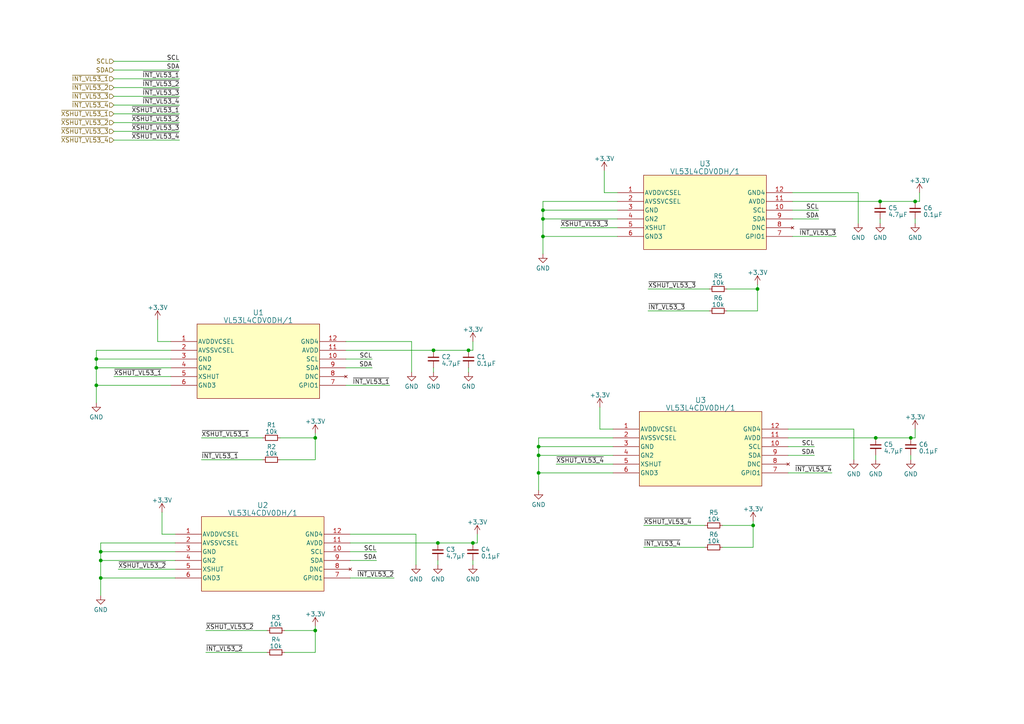
<source format=kicad_sch>
(kicad_sch (version 20230121) (generator eeschema)
  (paper "A4")
  (lib_symbols
    (symbol "Device:C_Small" (pin_numbers hide) (pin_names (offset 0.254) hide)
      (property "Reference" "C" (at 0.254 1.778 0))
      (property "Value" "C_Small" (at 0.254 -2.032 0))
      (symbol "C_Small_0_1"
        (polyline (pts (xy -1.524 -0.508) (xy 1.524 -0.508)) (stroke (width 0.3302)))
        (polyline (pts (xy -1.524 0.508) (xy 1.524 0.508)) (stroke (width 0.3048)))
      )
      (symbol "C_Small_1_1"
        (pin passive line (at 0 2.54 270) (length 2.032) (name "~") (number "1"))
        (pin passive line (at 0 -2.54 90) (length 2.032) (name "~") (number "2"))
      )
    )
    (symbol "Device:R_Small" (pin_numbers hide) (pin_names (offset 0.254) hide)
      (property "Reference" "R" (at 0.762 0.508 0))
      (property "Value" "R_Small" (at 0.762 -1.016 0))
      (symbol "R_Small_0_1"
        (rectangle (start -0.762 1.778) (end 0.762 -1.778) (stroke (width 0.2032)))
      )
      (symbol "R_Small_1_1"
        (pin passive line (at 0 2.54 270) (length 0.762) (name "~") (number "1"))
        (pin passive line (at 0 -2.54 90) (length 0.762) (name "~") (number "2"))
      )
    )
    (symbol "VL53L4CD:VL53L4CDV0DH_1" (pin_names (offset 0.254))
      (property "Reference" "U" (at 25.4 10.16 0))
      (property "Value" "VL53L4CDV0DH/1" (at 25.4 7.62 0))
      (symbol "VL53L4CDV0DH_1_0_1"
        (pin power_in line (at 0 0 0) (length 7.62) (name "AVDDVCSEL") (number "1"))
        (pin bidirectional line (at 50.8 -5.08 180) (length 7.62) (name "SCL") (number "10"))
        (pin power_in line (at 50.8 -2.54 180) (length 7.62) (name "AVDD") (number "11"))
        (pin bidirectional line (at 50.8 -12.7 180) (length 7.62) (name "GPIO1") (number "7"))
        (pin no_connect line (at 50.8 -10.16 180) (length 7.62) (name "DNC") (number "8"))
        (pin bidirectional line (at 50.8 -7.62 180) (length 7.62) (name "SDA") (number "9"))
      )
      (symbol "VL53L4CDV0DH_1_1_1"
        (rectangle (start 7.62 5.08) (end 43.18 -16.51) (fill (type background)))
        (pin power_in line (at 50.8 0 180) (length 7.62) (name "GND4") (number "12"))
        (pin power_in line (at 0 -2.54 0) (length 7.62) (name "AVSSVCSEL") (number "2"))
        (pin power_in line (at 0 -5.08 0) (length 7.62) (name "GND") (number "3"))
        (pin power_in line (at 0 -7.62 0) (length 7.62) (name "GN2") (number "4"))
        (pin bidirectional line (at 0 -10.16 0) (length 7.62) (name "XSHUT") (number "5"))
        (pin power_in line (at 0 -12.7 0) (length 7.62) (name "GND3") (number "6"))
      )
    )
    (symbol "power:+3.3V" (power) (pin_names (offset 0))
      (property "Value" "+3.3V" (at 0 3.556 0))
      (symbol "+3.3V_0_1"
        (polyline (pts (xy -0.762 1.27) (xy 0 2.54)))
        (polyline (pts (xy 0 0) (xy 0 2.54)))
        (polyline (pts (xy 0 2.54) (xy 0.762 1.27)))
      )
      (symbol "+3.3V_1_1"
        (pin power_in line (at 0 0 90) (length 0) hide (name "+3.3V") (number "1"))
      )
    )
    (symbol "power:GND" (power) (pin_names (offset 0))
      (property "Value" "GND" (at 0 -3.81 0))
      (symbol "GND_0_1"
        (polyline (pts (xy 0 0) (xy 0 -1.27) (xy 1.27 -1.27) (xy 0 -2.54) (xy -1.27 -1.27) (xy 0 -1.27)))
      )
      (symbol "GND_1_1"
        (pin power_in line (at 0 0 270) (length 0) hide (name "GND") (number "1"))
      )
    )
  )
  (junction (at 29.21 160.02))
  (junction (at 156.21 137.16))
  (junction (at 135.89 101.6))
  (junction (at 27.94 106.68))
  (junction (at 156.21 129.54))
  (junction (at 91.44 127))
  (junction (at 265.43 58.42))
  (junction (at 156.21 132.08))
  (junction (at 219.71 83.82))
  (junction (at 157.48 68.58))
  (junction (at 255.27 58.42))
  (junction (at 157.48 63.5))
  (junction (at 27.94 104.14))
  (junction (at 29.21 167.64))
  (junction (at 29.21 162.56))
  (junction (at 157.48 60.96))
  (junction (at 125.73 101.6))
  (junction (at 137.16 157.48))
  (junction (at 27.94 111.76))
  (junction (at 254 127))
  (junction (at 218.44 152.4))
  (junction (at 91.44 182.88))
  (junction (at 127 157.48))
  (junction (at 264.16 127))
  (wire (pts (xy 157.48 68.58) (xy 179.07 68.58)))
  (wire (pts (xy 127 162.56) (xy 127 163.83)))
  (wire (pts (xy 156.21 132.08) (xy 156.21 137.16)))
  (wire (pts (xy 177.8 124.46) (xy 173.99 124.46)))
  (wire (pts (xy 33.02 38.1) (xy 52.07 38.1)))
  (wire (pts (xy 100.33 104.14) (xy 107.95 104.14)))
  (wire (pts (xy 29.21 162.56) (xy 29.21 167.64)))
  (wire (pts (xy 27.94 111.76) (xy 27.94 116.84)))
  (wire (pts (xy 125.73 106.68) (xy 125.73 107.95)))
  (wire (pts (xy 156.21 129.54) (xy 156.21 132.08)))
  (wire (pts (xy 157.48 68.58) (xy 157.48 73.66)))
  (wire (pts (xy 27.94 104.14) (xy 49.53 104.14)))
  (wire (pts (xy 91.44 125.73) (xy 91.44 127)))
  (wire (pts (xy 248.92 55.88) (xy 248.92 64.77)))
  (wire (pts (xy 187.96 90.17) (xy 205.74 90.17)))
  (wire (pts (xy 265.43 63.5) (xy 265.43 64.77)))
  (wire (pts (xy 228.6 129.54) (xy 236.22 129.54)))
  (wire (pts (xy 156.21 137.16) (xy 156.21 142.24)))
  (wire (pts (xy 91.44 189.23) (xy 91.44 182.88)))
  (wire (pts (xy 137.16 157.48) (xy 138.43 157.48)))
  (wire (pts (xy 135.89 106.68) (xy 135.89 107.95)))
  (wire (pts (xy 91.44 133.35) (xy 91.44 127)))
  (wire (pts (xy 59.69 182.88) (xy 77.47 182.88)))
  (wire (pts (xy 29.21 167.64) (xy 50.8 167.64)))
  (wire (pts (xy 33.02 35.56) (xy 52.07 35.56)))
  (wire (pts (xy 265.43 124.46) (xy 265.43 127)))
  (wire (pts (xy 29.21 157.48) (xy 29.21 160.02)))
  (wire (pts (xy 156.21 129.54) (xy 177.8 129.54)))
  (wire (pts (xy 161.29 134.62) (xy 177.8 134.62)))
  (wire (pts (xy 157.48 58.42) (xy 157.48 60.96)))
  (wire (pts (xy 101.6 167.64) (xy 114.3 167.64)))
  (wire (pts (xy 127 157.48) (xy 137.16 157.48)))
  (wire (pts (xy 264.16 132.08) (xy 264.16 133.35)))
  (wire (pts (xy 58.42 127) (xy 76.2 127)))
  (wire (pts (xy 157.48 60.96) (xy 157.48 63.5)))
  (wire (pts (xy 187.96 83.82) (xy 205.74 83.82)))
  (wire (pts (xy 33.02 30.48) (xy 52.07 30.48)))
  (wire (pts (xy 228.6 132.08) (xy 236.22 132.08)))
  (wire (pts (xy 156.21 127) (xy 156.21 129.54)))
  (wire (pts (xy 34.29 165.1) (xy 50.8 165.1)))
  (wire (pts (xy 45.72 99.06) (xy 45.72 92.71)))
  (wire (pts (xy 119.38 99.06) (xy 119.38 107.95)))
  (wire (pts (xy 27.94 104.14) (xy 27.94 106.68)))
  (wire (pts (xy 229.87 68.58) (xy 242.57 68.58)))
  (wire (pts (xy 29.21 162.56) (xy 50.8 162.56)))
  (wire (pts (xy 33.02 33.02) (xy 52.07 33.02)))
  (wire (pts (xy 186.69 158.75) (xy 204.47 158.75)))
  (wire (pts (xy 29.21 157.48) (xy 50.8 157.48)))
  (wire (pts (xy 58.42 133.35) (xy 76.2 133.35)))
  (wire (pts (xy 264.16 127) (xy 265.43 127)))
  (wire (pts (xy 254 132.08) (xy 254 133.35)))
  (wire (pts (xy 125.73 101.6) (xy 135.89 101.6)))
  (wire (pts (xy 138.43 154.94) (xy 138.43 157.48)))
  (wire (pts (xy 91.44 182.88) (xy 82.55 182.88)))
  (wire (pts (xy 82.55 189.23) (xy 91.44 189.23)))
  (wire (pts (xy 137.16 162.56) (xy 137.16 163.83)))
  (wire (pts (xy 173.99 124.46) (xy 173.99 118.11)))
  (wire (pts (xy 218.44 151.13) (xy 218.44 152.4)))
  (wire (pts (xy 101.6 160.02) (xy 109.22 160.02)))
  (wire (pts (xy 229.87 58.42) (xy 255.27 58.42)))
  (wire (pts (xy 255.27 63.5) (xy 255.27 64.77)))
  (wire (pts (xy 219.71 82.55) (xy 219.71 83.82)))
  (wire (pts (xy 254 127) (xy 264.16 127)))
  (wire (pts (xy 219.71 83.82) (xy 210.82 83.82)))
  (wire (pts (xy 265.43 58.42) (xy 266.7 58.42)))
  (wire (pts (xy 33.02 109.22) (xy 49.53 109.22)))
  (wire (pts (xy 157.48 60.96) (xy 179.07 60.96)))
  (wire (pts (xy 100.33 101.6) (xy 125.73 101.6)))
  (wire (pts (xy 33.02 25.4) (xy 52.07 25.4)))
  (wire (pts (xy 229.87 63.5) (xy 237.49 63.5)))
  (wire (pts (xy 33.02 27.94) (xy 52.07 27.94)))
  (wire (pts (xy 27.94 106.68) (xy 49.53 106.68)))
  (wire (pts (xy 49.53 99.06) (xy 45.72 99.06)))
  (wire (pts (xy 219.71 90.17) (xy 219.71 83.82)))
  (wire (pts (xy 218.44 158.75) (xy 218.44 152.4)))
  (wire (pts (xy 100.33 99.06) (xy 119.38 99.06)))
  (wire (pts (xy 210.82 90.17) (xy 219.71 90.17)))
  (wire (pts (xy 255.27 58.42) (xy 265.43 58.42)))
  (wire (pts (xy 91.44 181.61) (xy 91.44 182.88)))
  (wire (pts (xy 81.28 127) (xy 91.44 127)))
  (wire (pts (xy 156.21 132.08) (xy 177.8 132.08)))
  (wire (pts (xy 100.33 111.76) (xy 113.03 111.76)))
  (wire (pts (xy 29.21 167.64) (xy 29.21 172.72)))
  (wire (pts (xy 156.21 137.16) (xy 177.8 137.16)))
  (wire (pts (xy 59.69 189.23) (xy 77.47 189.23)))
  (wire (pts (xy 179.07 55.88) (xy 175.26 55.88)))
  (wire (pts (xy 228.6 137.16) (xy 241.3 137.16)))
  (wire (pts (xy 228.6 124.46) (xy 247.65 124.46)))
  (wire (pts (xy 46.99 154.94) (xy 46.99 148.59)))
  (wire (pts (xy 29.21 160.02) (xy 50.8 160.02)))
  (wire (pts (xy 33.02 40.64) (xy 52.07 40.64)))
  (wire (pts (xy 27.94 106.68) (xy 27.94 111.76)))
  (wire (pts (xy 247.65 124.46) (xy 247.65 133.35)))
  (wire (pts (xy 33.02 22.86) (xy 52.07 22.86)))
  (wire (pts (xy 27.94 101.6) (xy 27.94 104.14)))
  (wire (pts (xy 209.55 158.75) (xy 218.44 158.75)))
  (wire (pts (xy 229.87 60.96) (xy 237.49 60.96)))
  (wire (pts (xy 228.6 127) (xy 254 127)))
  (wire (pts (xy 29.21 160.02) (xy 29.21 162.56)))
  (wire (pts (xy 120.65 154.94) (xy 120.65 163.83)))
  (wire (pts (xy 33.02 17.78) (xy 52.07 17.78)))
  (wire (pts (xy 137.16 99.06) (xy 137.16 101.6)))
  (wire (pts (xy 33.02 20.32) (xy 52.07 20.32)))
  (wire (pts (xy 229.87 55.88) (xy 248.92 55.88)))
  (wire (pts (xy 27.94 111.76) (xy 49.53 111.76)))
  (wire (pts (xy 175.26 55.88) (xy 175.26 49.53)))
  (wire (pts (xy 186.69 152.4) (xy 204.47 152.4)))
  (wire (pts (xy 157.48 63.5) (xy 157.48 68.58)))
  (wire (pts (xy 266.7 55.88) (xy 266.7 58.42)))
  (wire (pts (xy 101.6 154.94) (xy 120.65 154.94)))
  (wire (pts (xy 101.6 157.48) (xy 127 157.48)))
  (wire (pts (xy 156.21 127) (xy 177.8 127)))
  (wire (pts (xy 218.44 152.4) (xy 209.55 152.4)))
  (wire (pts (xy 50.8 154.94) (xy 46.99 154.94)))
  (wire (pts (xy 157.48 63.5) (xy 179.07 63.5)))
  (wire (pts (xy 81.28 133.35) (xy 91.44 133.35)))
  (wire (pts (xy 100.33 106.68) (xy 107.95 106.68)))
  (wire (pts (xy 162.56 66.04) (xy 179.07 66.04)))
  (wire (pts (xy 157.48 58.42) (xy 179.07 58.42)))
  (wire (pts (xy 101.6 162.56) (xy 109.22 162.56)))
  (wire (pts (xy 27.94 101.6) (xy 49.53 101.6)))
  (wire (pts (xy 135.89 101.6) (xy 137.16 101.6)))
  (label "~{INT_VL53_2}" (at 52.07 25.4 180))
  (label "~{INT_VL53_4}" (at 52.07 30.48 180))
  (label "SCL" (at 107.95 104.14 180))
  (label "SCL" (at 237.49 60.96 180))
  (label "~{INT_VL53_3}" (at 242.57 68.58 180))
  (label "~{INT_VL53_1}" (at 113.03 111.76 180))
  (label "~{XSHUT_VL53_2}" (at 34.29 165.1 0))
  (label "~{XSHUT_VL53_2}" (at 59.69 182.88 0))
  (label "~{INT_VL53_2}" (at 114.3 167.64 180))
  (label "~{INT_VL53_1}" (at 52.07 22.86 180))
  (label "~{XSHUT_VL53_4}" (at 161.29 134.62 0))
  (label "SDA" (at 109.22 162.56 180))
  (label "SDA" (at 237.49 63.5 180))
  (label "SCL" (at 52.07 17.78 180))
  (label "SDA" (at 107.95 106.68 180))
  (label "~{INT_VL53_3}" (at 187.96 90.17 0))
  (label "~{XSHUT_VL53_4}" (at 52.07 40.64 180))
  (label "SDA" (at 236.22 132.08 180))
  (label "~{INT_VL53_1}" (at 58.42 133.35 0))
  (label "~{XSHUT_VL53_4}" (at 186.69 152.4 0))
  (label "~{XSHUT_VL53_1}" (at 52.07 33.02 180))
  (label "SCL" (at 109.22 160.02 180))
  (label "~{XSHUT_VL53_3}" (at 162.56 66.04 0))
  (label "SCL" (at 236.22 129.54 180))
  (label "~{XSHUT_VL53_3}" (at 187.96 83.82 0))
  (label "~{INT_VL53_2}" (at 59.69 189.23 0))
  (label "SDA" (at 52.07 20.32 180))
  (label "~{INT_VL53_3}" (at 52.07 27.94 180))
  (label "~{INT_VL53_4}" (at 186.69 158.75 0))
  (label "~{XSHUT_VL53_1}" (at 58.42 127 0))
  (label "~{INT_VL53_4}" (at 241.3 137.16 180))
  (label "~{XSHUT_VL53_3}" (at 52.07 38.1 180))
  (label "~{XSHUT_VL53_2}" (at 52.07 35.56 180))
  (label "~{XSHUT_VL53_1}" (at 33.02 109.22 0))
  (hierarchical_label "~{XSHUT_VL53_4}" (shape input) (at 33.02 40.64 180))
  (hierarchical_label "~{INT_VL53_4}" (shape input) (at 33.02 30.48 180))
  (hierarchical_label "~{INT_VL53_1}" (shape input) (at 33.02 22.86 180))
  (hierarchical_label "SCL" (shape input) (at 33.02 17.78 180))
  (hierarchical_label "~{INT_VL53_2}" (shape input) (at 33.02 25.4 180))
  (hierarchical_label "~{XSHUT_VL53_1}" (shape input) (at 33.02 33.02 180))
  (hierarchical_label "~{INT_VL53_3}" (shape input) (at 33.02 27.94 180))
  (hierarchical_label "SDA" (shape input) (at 33.02 20.32 180))
  (hierarchical_label "~{XSHUT_VL53_3}" (shape input) (at 33.02 38.1 180))
  (hierarchical_label "~{XSHUT_VL53_2}" (shape input) (at 33.02 35.56 180))
  (symbol (lib_id "power:GND") (at 119.38 107.95 0) (unit 1)
    (property "Reference" "#PWR02" (effects hide))
    (property "Value" "GND" (at 119.38 112.0855 0))
    (instances (project "rep-trap-pcb" (path "" (reference "#PWR02") (unit 1)) (path "" (reference "#PWR031") (unit 1))))
  )
  (symbol (lib_id "Device:R_Small") (at 207.01 152.4 90) (unit 1)
    (property "Reference" "R5" (at 207.01 148.6535 90))
    (property "Value" "10k" (at 207.01 150.5745 90))
    (property "Footprint" "Resistor_SMD:R_0603_1608Metric" (effects hide))
    (instances (project "rep-trap-pcb" (path "" (reference "R5") (unit 1)) (path "" (reference "R11") (unit 1))))
  )
  (symbol (lib_id "Device:R_Small") (at 80.01 189.23 90) (unit 1)
    (property "Reference" "R4" (at 80.01 185.4835 90))
    (property "Value" "10k" (at 80.01 187.4045 90))
    (property "Footprint" "Resistor_SMD:R_0603_1608Metric" (effects hide))
    (instances (project "rep-trap-pcb" (path "" (reference "R4") (unit 1)) (path "" (reference "R8") (unit 1))))
  )
  (symbol (lib_id "power:+3.3V") (at 45.72 92.71 0) (unit 1)
    (property "Reference" "#PWR03" (effects hide))
    (property "Value" "+3.3V" (at 45.72 89.2081 0))
    (instances (project "rep-trap-pcb" (path "" (reference "#PWR03") (unit 1)) (path "" (reference "#PWR027") (unit 1))))
  )
  (symbol (lib_id "power:+3.3V") (at 175.26 49.53 0) (unit 1)
    (property "Reference" "#PWR016" (effects hide))
    (property "Value" "+3.3V" (at 175.26 46.0281 0))
    (instances (project "rep-trap-pcb" (path "" (reference "#PWR016") (unit 1)) (path "" (reference "#PWR041") (unit 1))))
  )
  (symbol (lib_id "power:GND") (at 156.21 142.24 0) (unit 1)
    (property "Reference" "#PWR015" (effects hide))
    (property "Value" "GND" (at 156.21 146.3755 0))
    (instances (project "rep-trap-pcb" (path "" (reference "#PWR015") (unit 1)) (path "" (reference "#PWR038") (unit 1))))
  )
  (symbol (lib_id "VL53L4CD:VL53L4CDV0DH_1") (at 50.8 154.94 0) (unit 1)
    (property "Reference" "U2" (at 76.2 146.5404 0) (effects (font (size 1.524 1.524))))
    (property "Value" "VL53L4CDV0DH/1" (at 76.2 148.7946 0) (effects (font (size 1.524 1.524))))
    (property "Footprint" "VL53L4CD:LGA12_STM" (effects hide))
    (property "Datasheet" "VL53L4CDV0DH/1" (effects hide))
    (instances (project "rep-trap-pcb" (path "" (reference "U2") (unit 1)) (path "" (reference "U3") (unit 1))))
  )
  (symbol (lib_id "Device:R_Small") (at 78.74 133.35 90) (unit 1)
    (property "Reference" "R2" (at 78.74 129.6035 90))
    (property "Value" "10k" (at 78.74 131.5245 90))
    (property "Footprint" "Resistor_SMD:R_0603_1608Metric" (effects hide))
    (instances (project "rep-trap-pcb" (path "" (reference "R2") (unit 1)) (path "" (reference "R10") (unit 1))))
  )
  (symbol (lib_id "Device:R_Small") (at 207.01 158.75 90) (unit 1)
    (property "Reference" "R6" (at 207.01 155.0035 90))
    (property "Value" "10k" (at 207.01 156.9245 90))
    (property "Footprint" "Resistor_SMD:R_0603_1608Metric" (effects hide))
    (instances (project "rep-trap-pcb" (path "" (reference "R6") (unit 1)) (path "" (reference "R12") (unit 1))))
  )
  (symbol (lib_id "power:GND") (at 264.16 133.35 0) (unit 1)
    (property "Reference" "#PWR020" (effects hide))
    (property "Value" "GND" (at 264.16 137.4855 0))
    (instances (project "rep-trap-pcb" (path "" (reference "#PWR020") (unit 1)) (path "" (reference "#PWR048") (unit 1))))
  )
  (symbol (lib_id "Device:C_Small") (at 265.43 60.96 0) (unit 1)
    (property "Reference" "C6" (at 267.7541 60.3226 0) (effects (justify left)))
    (property "Value" "0.1µF" (at 267.7541 62.2436 0) (effects (justify left)))
    (property "Footprint" "Capacitor_SMD:C_0603_1608Metric" (effects hide))
    (instances (project "rep-trap-pcb" (path "" (reference "C6") (unit 1)) (path "" (reference "C12") (unit 1))))
  )
  (symbol (lib_id "Device:C_Small") (at 135.89 104.14 0) (unit 1)
    (property "Reference" "C1" (at 138.2141 103.5026 0) (effects (justify left)))
    (property "Value" "0.1µF" (at 138.2141 105.4236 0) (effects (justify left)))
    (property "Footprint" "Capacitor_SMD:C_0603_1608Metric" (effects hide))
    (instances (project "rep-trap-pcb" (path "" (reference "C1") (unit 1)) (path "" (reference "C8") (unit 1))))
  )
  (symbol (lib_id "power:GND") (at 248.92 64.77 0) (unit 1)
    (property "Reference" "#PWR018" (effects hide))
    (property "Value" "GND" (at 248.92 68.9055 0))
    (instances (project "rep-trap-pcb" (path "" (reference "#PWR018") (unit 1)) (path "" (reference "#PWR045") (unit 1))))
  )
  (symbol (lib_id "power:+3.3V") (at 218.44 151.13 0) (unit 1)
    (property "Reference" "#PWR017" (effects hide))
    (property "Value" "+3.3V" (at 218.44 147.6281 0))
    (instances (project "rep-trap-pcb" (path "" (reference "#PWR017") (unit 1)) (path "" (reference "#PWR042") (unit 1))))
  )
  (symbol (lib_id "Device:C_Small") (at 137.16 160.02 0) (unit 1)
    (property "Reference" "C4" (at 139.4841 159.3826 0) (effects (justify left)))
    (property "Value" "0.1µF" (at 139.4841 161.3036 0) (effects (justify left)))
    (property "Footprint" "Capacitor_SMD:C_0603_1608Metric" (effects hide))
    (instances (project "rep-trap-pcb" (path "" (reference "C4") (unit 1)) (path "" (reference "C7") (unit 1))))
  )
  (symbol (lib_id "Device:R_Small") (at 80.01 182.88 90) (unit 1)
    (property "Reference" "R3" (at 80.01 179.1335 90))
    (property "Value" "10k" (at 80.01 181.0545 90))
    (property "Footprint" "Resistor_SMD:R_0603_1608Metric" (effects hide))
    (instances (project "rep-trap-pcb" (path "" (reference "R3") (unit 1)) (path "" (reference "R7") (unit 1))))
  )
  (symbol (lib_id "VL53L4CD:VL53L4CDV0DH_1") (at 177.8 124.46 0) (unit 1)
    (property "Reference" "U3" (at 203.2 116.0604 0) (effects (font (size 1.524 1.524))))
    (property "Value" "VL53L4CDV0DH/1" (at 203.2 118.3146 0) (effects (font (size 1.524 1.524))))
    (property "Footprint" "VL53L4CD:LGA12_STM" (effects hide))
    (property "Datasheet" "VL53L4CDV0DH/1" (effects hide))
    (instances (project "rep-trap-pcb" (path "" (reference "U3") (unit 1)) (path "" (reference "U5") (unit 1))))
  )
  (symbol (lib_id "power:+3.3V") (at 91.44 181.61 0) (unit 1)
    (property "Reference" "#PWR010" (effects hide))
    (property "Value" "+3.3V" (at 91.44 178.1081 0))
    (instances (project "rep-trap-pcb" (path "" (reference "#PWR010") (unit 1)) (path "" (reference "#PWR028") (unit 1))))
  )
  (symbol (lib_id "VL53L4CD:VL53L4CDV0DH_1") (at 179.07 55.88 0) (unit 1)
    (property "Reference" "U3" (at 204.47 47.4804 0) (effects (font (size 1.524 1.524))))
    (property "Value" "VL53L4CDV0DH/1" (at 204.47 49.7346 0) (effects (font (size 1.524 1.524))))
    (property "Footprint" "VL53L4CD:LGA12_STM" (effects hide))
    (property "Datasheet" "VL53L4CDV0DH/1" (effects hide))
    (instances (project "rep-trap-pcb" (path "" (reference "U3") (unit 1)) (path "" (reference "U6") (unit 1))))
  )
  (symbol (lib_id "power:GND") (at 120.65 163.83 0) (unit 1)
    (property "Reference" "#PWR011" (effects hide))
    (property "Value" "GND" (at 120.65 167.9655 0))
    (instances (project "rep-trap-pcb" (path "" (reference "#PWR011") (unit 1)) (path "" (reference "#PWR030") (unit 1))))
  )
  (symbol (lib_id "power:GND") (at 265.43 64.77 0) (unit 1)
    (property "Reference" "#PWR020" (effects hide))
    (property "Value" "GND" (at 265.43 68.9055 0))
    (instances (project "rep-trap-pcb" (path "" (reference "#PWR020") (unit 1)) (path "" (reference "#PWR049") (unit 1))))
  )
  (symbol (lib_id "power:+3.3V") (at 173.99 118.11 0) (unit 1)
    (property "Reference" "#PWR016" (effects hide))
    (property "Value" "+3.3V" (at 173.99 114.6081 0))
    (instances (project "rep-trap-pcb" (path "" (reference "#PWR016") (unit 1)) (path "" (reference "#PWR040") (unit 1))))
  )
  (symbol (lib_id "power:GND") (at 137.16 163.83 0) (unit 1)
    (property "Reference" "#PWR013" (effects hide))
    (property "Value" "GND" (at 137.16 167.9655 0))
    (instances (project "rep-trap-pcb" (path "" (reference "#PWR013") (unit 1)) (path "" (reference "#PWR034") (unit 1))))
  )
  (symbol (lib_id "power:GND") (at 255.27 64.77 0) (unit 1)
    (property "Reference" "#PWR019" (effects hide))
    (property "Value" "GND" (at 255.27 68.9055 0))
    (instances (project "rep-trap-pcb" (path "" (reference "#PWR019") (unit 1)) (path "" (reference "#PWR047") (unit 1))))
  )
  (symbol (lib_id "power:+3.3V") (at 137.16 99.06 0) (unit 1)
    (property "Reference" "#PWR04" (effects hide))
    (property "Value" "+3.3V" (at 137.16 95.5581 0))
    (instances (project "rep-trap-pcb" (path "" (reference "#PWR04") (unit 1)) (path "" (reference "#PWR037") (unit 1))))
  )
  (symbol (lib_id "Device:C_Small") (at 125.73 104.14 0) (unit 1)
    (property "Reference" "C2" (at 128.0541 103.5026 0) (effects (justify left)))
    (property "Value" "4.7µF" (at 128.0541 105.4236 0) (effects (justify left)))
    (property "Footprint" "Capacitor_SMD:C_0603_1608Metric" (effects hide))
    (instances (project "rep-trap-pcb" (path "" (reference "C2") (unit 1)) (path "" (reference "C6") (unit 1))))
  )
  (symbol (lib_id "Device:C_Small") (at 255.27 60.96 0) (unit 1)
    (property "Reference" "C5" (at 257.5941 60.3226 0) (effects (justify left)))
    (property "Value" "4.7µF" (at 257.5941 62.2436 0) (effects (justify left)))
    (property "Footprint" "Capacitor_SMD:C_0603_1608Metric" (effects hide))
    (instances (project "rep-trap-pcb" (path "" (reference "C5") (unit 1)) (path "" (reference "C10") (unit 1))))
  )
  (symbol (lib_id "power:GND") (at 135.89 107.95 0) (unit 1)
    (property "Reference" "#PWR07" (effects hide))
    (property "Value" "GND" (at 135.89 112.0855 0))
    (instances (project "rep-trap-pcb" (path "" (reference "#PWR07") (unit 1)) (path "" (reference "#PWR035") (unit 1))))
  )
  (symbol (lib_id "Device:C_Small") (at 254 129.54 0) (unit 1)
    (property "Reference" "C5" (at 256.3241 128.9026 0) (effects (justify left)))
    (property "Value" "4.7µF" (at 256.3241 130.8236 0) (effects (justify left)))
    (property "Footprint" "Capacitor_SMD:C_0603_1608Metric" (effects hide))
    (instances (project "rep-trap-pcb" (path "" (reference "C5") (unit 1)) (path "" (reference "C9") (unit 1))))
  )
  (symbol (lib_id "power:+3.3V") (at 138.43 154.94 0) (unit 1)
    (property "Reference" "#PWR014" (effects hide))
    (property "Value" "+3.3V" (at 138.43 151.4381 0))
    (instances (project "rep-trap-pcb" (path "" (reference "#PWR014") (unit 1)) (path "" (reference "#PWR036") (unit 1))))
  )
  (symbol (lib_id "power:+3.3V") (at 46.99 148.59 0) (unit 1)
    (property "Reference" "#PWR09" (effects hide))
    (property "Value" "+3.3V" (at 46.99 145.0881 0))
    (instances (project "rep-trap-pcb" (path "" (reference "#PWR09") (unit 1)) (path "" (reference "#PWR026") (unit 1))))
  )
  (symbol (lib_id "power:+3.3V") (at 266.7 55.88 0) (unit 1)
    (property "Reference" "#PWR021" (effects hide))
    (property "Value" "+3.3V" (at 266.7 52.3781 0))
    (instances (project "rep-trap-pcb" (path "" (reference "#PWR021") (unit 1)) (path "" (reference "#PWR051") (unit 1))))
  )
  (symbol (lib_id "power:+3.3V") (at 219.71 82.55 0) (unit 1)
    (property "Reference" "#PWR017" (effects hide))
    (property "Value" "+3.3V" (at 219.71 79.0481 0))
    (instances (project "rep-trap-pcb" (path "" (reference "#PWR017") (unit 1)) (path "" (reference "#PWR043") (unit 1))))
  )
  (symbol (lib_id "Device:C_Small") (at 127 160.02 0) (unit 1)
    (property "Reference" "C3" (at 129.3241 159.3826 0) (effects (justify left)))
    (property "Value" "4.7µF" (at 129.3241 161.3036 0) (effects (justify left)))
    (property "Footprint" "Capacitor_SMD:C_0603_1608Metric" (effects hide))
    (instances (project "rep-trap-pcb" (path "" (reference "C3") (unit 1)) (path "" (reference "C5") (unit 1))))
  )
  (symbol (lib_id "power:GND") (at 157.48 73.66 0) (unit 1)
    (property "Reference" "#PWR015" (effects hide))
    (property "Value" "GND" (at 157.48 77.7955 0))
    (instances (project "rep-trap-pcb" (path "" (reference "#PWR015") (unit 1)) (path "" (reference "#PWR039") (unit 1))))
  )
  (symbol (lib_id "Device:R_Small") (at 208.28 83.82 90) (unit 1)
    (property "Reference" "R5" (at 208.28 80.0735 90))
    (property "Value" "10k" (at 208.28 81.9945 90))
    (property "Footprint" "Resistor_SMD:R_0603_1608Metric" (effects hide))
    (instances (project "rep-trap-pcb" (path "" (reference "R5") (unit 1)) (path "" (reference "R13") (unit 1))))
  )
  (symbol (lib_id "power:+3.3V") (at 265.43 124.46 0) (unit 1)
    (property "Reference" "#PWR021" (effects hide))
    (property "Value" "+3.3V" (at 265.43 120.9581 0))
    (instances (project "rep-trap-pcb" (path "" (reference "#PWR021") (unit 1)) (path "" (reference "#PWR050") (unit 1))))
  )
  (symbol (lib_id "power:+3.3V") (at 91.44 125.73 0) (unit 1)
    (property "Reference" "#PWR05" (effects hide))
    (property "Value" "+3.3V" (at 91.44 122.2281 0))
    (instances (project "rep-trap-pcb" (path "" (reference "#PWR05") (unit 1)) (path "" (reference "#PWR029") (unit 1))))
  )
  (symbol (lib_id "Device:C_Small") (at 264.16 129.54 0) (unit 1)
    (property "Reference" "C6" (at 266.4841 128.9026 0) (effects (justify left)))
    (property "Value" "0.1µF" (at 266.4841 130.8236 0) (effects (justify left)))
    (property "Footprint" "Capacitor_SMD:C_0603_1608Metric" (effects hide))
    (instances (project "rep-trap-pcb" (path "" (reference "C6") (unit 1)) (path "" (reference "C11") (unit 1))))
  )
  (symbol (lib_id "Device:R_Small") (at 78.74 127 90) (unit 1)
    (property "Reference" "R1" (at 78.74 123.2535 90))
    (property "Value" "10k" (at 78.74 125.1745 90))
    (property "Footprint" "Resistor_SMD:R_0603_1608Metric" (effects hide))
    (instances (project "rep-trap-pcb" (path "" (reference "R1") (unit 1)) (path "" (reference "R9") (unit 1))))
  )
  (symbol (lib_id "power:GND") (at 247.65 133.35 0) (unit 1)
    (property "Reference" "#PWR018" (effects hide))
    (property "Value" "GND" (at 247.65 137.4855 0))
    (instances (project "rep-trap-pcb" (path "" (reference "#PWR018") (unit 1)) (path "" (reference "#PWR044") (unit 1))))
  )
  (symbol (lib_id "Device:R_Small") (at 208.28 90.17 90) (unit 1)
    (property "Reference" "R6" (at 208.28 86.4235 90))
    (property "Value" "10k" (at 208.28 88.3445 90))
    (property "Footprint" "Resistor_SMD:R_0603_1608Metric" (effects hide))
    (instances (project "rep-trap-pcb" (path "" (reference "R6") (unit 1)) (path "" (reference "R14") (unit 1))))
  )
  (symbol (lib_id "power:GND") (at 127 163.83 0) (unit 1)
    (property "Reference" "#PWR012" (effects hide))
    (property "Value" "GND" (at 127 167.9655 0))
    (instances (project "rep-trap-pcb" (path "" (reference "#PWR012") (unit 1)) (path "" (reference "#PWR032") (unit 1))))
  )
  (symbol (lib_id "power:GND") (at 254 133.35 0) (unit 1)
    (property "Reference" "#PWR019" (effects hide))
    (property "Value" "GND" (at 254 137.4855 0))
    (instances (project "rep-trap-pcb" (path "" (reference "#PWR019") (unit 1)) (path "" (reference "#PWR046") (unit 1))))
  )
  (symbol (lib_id "power:GND") (at 29.21 172.72 0) (unit 1)
    (property "Reference" "#PWR08" (effects hide))
    (property "Value" "GND" (at 29.21 176.8555 0))
    (instances (project "rep-trap-pcb" (path "" (reference "#PWR08") (unit 1)) (path "" (reference "#PWR024") (unit 1))))
  )
  (symbol (lib_id "power:GND") (at 125.73 107.95 0) (unit 1)
    (property "Reference" "#PWR06" (effects hide))
    (property "Value" "GND" (at 125.73 112.0855 0))
    (instances (project "rep-trap-pcb" (path "" (reference "#PWR06") (unit 1)) (path "" (reference "#PWR033") (unit 1))))
  )
  (symbol (lib_id "VL53L4CD:VL53L4CDV0DH_1") (at 49.53 99.06 0) (unit 1)
    (property "Reference" "U1" (at 74.93 90.6604 0) (effects (font (size 1.524 1.524))))
    (property "Value" "VL53L4CDV0DH/1" (at 74.93 92.9146 0) (effects (font (size 1.524 1.524))))
    (property "Footprint" "VL53L4CD:LGA12_STM" (effects hide))
    (property "Datasheet" "VL53L4CDV0DH/1" (effects hide))
    (instances (project "rep-trap-pcb" (path "" (reference "U1") (unit 1)) (path "" (reference "U4") (unit 1))))
  )
  (symbol (lib_id "power:GND") (at 27.94 116.84 0) (unit 1)
    (property "Reference" "#PWR01" (effects hide))
    (property "Value" "GND" (at 27.94 120.9755 0))
    (instances (project "rep-trap-pcb" (path "" (reference "#PWR01") (unit 1)) (path "" (reference "#PWR025") (unit 1))))
  )
)
</source>
